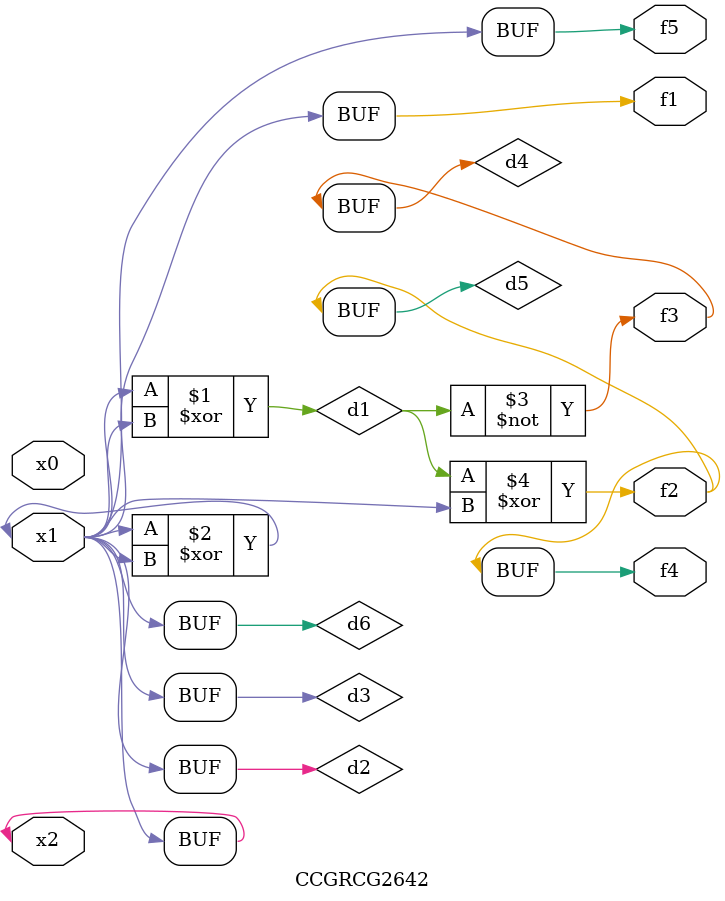
<source format=v>
module CCGRCG2642(
	input x0, x1, x2,
	output f1, f2, f3, f4, f5
);

	wire d1, d2, d3, d4, d5, d6;

	xor (d1, x1, x2);
	buf (d2, x1, x2);
	xor (d3, x1, x2);
	nor (d4, d1);
	xor (d5, d1, d2);
	buf (d6, d2, d3);
	assign f1 = d6;
	assign f2 = d5;
	assign f3 = d4;
	assign f4 = d5;
	assign f5 = d6;
endmodule

</source>
